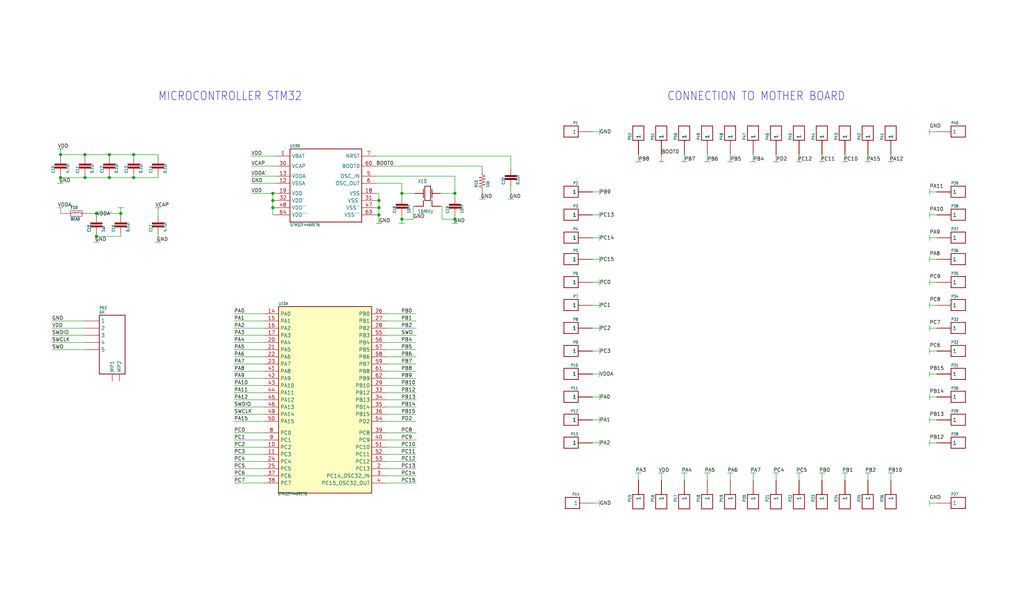
<source format=kicad_sch>
(kicad_sch (version 20231120) (generator "eeschema") (generator_version "8.0")
  (paper "User" 357.048 210.007)
  (junction (at 21.12 61.92))
  (junction (at 33.62 82.42))
  (junction (at 95.12 69.92))
  (junction (at 132.12 72.42))
  (junction (at 132.12 74.92))
  (junction (at 95.12 67.42))
  (junction (at 158.62 67.42))
  (junction (at 33.62 74.42))
  (junction (at 38.12 53.92))
  (junction (at 42.12 74.42))
  (junction (at 29.62 53.92))
  (junction (at 46.62 53.92))
  (junction (at 140.12 76.42))
  (junction (at 29.62 61.92))
  (junction (at 46.62 61.92))
  (junction (at 38.12 61.92))
  (junction (at 158.62 76.42))
  (junction (at 95.12 72.42))
  (junction (at 132.12 69.92))
  (junction (at 21.12 53.92))
  (junction (at 140.12 67.42))
  (wire (pts (xy 207.12 175.42) (xy 209.12 175.42)) (stroke (width 0.1524)))
  (wire (pts (xy 254.62 164.92) (xy 255.62 164.92)) (stroke (width 0.1524)))
  (wire (pts (xy 324.12 138.42) (xy 324.12 137.42)) (stroke (width 0.1524)))
  (wire (pts (xy 29.62 61.92) (xy 29.62 60.84)) (stroke (width 0.1524)))
  (wire (pts (xy 29.62 116.92) (xy 18.12 116.92)) (stroke (width 0.1524)))
  (wire (pts (xy 96.12 61.42) (xy 87.62 61.42)) (stroke (width 0.1524)))
  (wire (pts (xy 262.62 167.42) (xy 262.62 164.92)) (stroke (width 0.1524)))
  (wire (pts (xy 294.62 167.42) (xy 294.62 164.92)) (stroke (width 0.1524)))
  (wire (pts (xy 92.12 153.42) (xy 81.62 153.42)) (stroke (width 0.1524)))
  (wire (pts (xy 326.62 138.42) (xy 324.12 138.42)) (stroke (width 0.1524)))
  (wire (pts (xy 46.62 61.92) (xy 46.62 60.84)) (stroke (width 0.1524)))
  (wire (pts (xy 154.12 76.42) (xy 154.12 71.92)) (stroke (width 0.1524)))
  (wire (pts (xy 42.12 81.34) (xy 42.12 82.42)) (stroke (width 0.1524)))
  (wire (pts (xy 92.12 168.42) (xy 81.62 168.42)) (stroke (width 0.1524)))
  (wire (pts (xy 294.62 164.92) (xy 293.62 164.92)) (stroke (width 0.1524)))
  (wire (pts (xy 206.62 82.92) (xy 209.12 82.92)) (stroke (width 0.1524)))
  (wire (pts (xy 326.62 130.42) (xy 324.12 130.42)) (stroke (width 0.1524)))
  (wire (pts (xy 209.12 82.92) (xy 209.12 81.92)) (stroke (width 0.1524)))
  (wire (pts (xy 92.12 131.92) (xy 81.62 131.92)) (stroke (width 0.1524)))
  (wire (pts (xy 55.12 75.5) (xy 55.12 72.42)) (stroke (width 0.1524)))
  (wire (pts (xy 262.62 56.42) (xy 263.62 56.42)) (stroke (width 0.1524)))
  (wire (pts (xy 209.12 106.42) (xy 209.12 107.42)) (stroke (width 0.1524)))
  (wire (pts (xy 92.12 129.42) (xy 81.62 129.42)) (stroke (width 0.1524)))
  (wire (pts (xy 96.12 67.42) (xy 95.12 67.42)) (stroke (width 0.1524)))
  (wire (pts (xy 168.12 57.92) (xy 168.12 59)) (stroke (width 0.1524)))
  (wire (pts (xy 95.12 72.42) (xy 95.12 74.92)) (stroke (width 0.1524)))
  (wire (pts (xy 178.12 64.84) (xy 178.12 69.42)) (stroke (width 0.1524)))
  (wire (pts (xy 238.62 164.92) (xy 237.62 164.92)) (stroke (width 0.1524)))
  (wire (pts (xy 209.12 138.42) (xy 209.12 137.42)) (stroke (width 0.1524)))
  (wire (pts (xy 134.62 134.42) (xy 145.12 134.42)) (stroke (width 0.1524)))
  (wire (pts (xy 209.12 98.42) (xy 209.12 99.42)) (stroke (width 0.1524)))
  (wire (pts (xy 18.12 114.42) (xy 29.62 114.42)) (stroke (width 0.1524)))
  (wire (pts (xy 310.62 56.42) (xy 309.62 56.42)) (stroke (width 0.1524)))
  (wire (pts (xy 206.62 66.92) (xy 209.12 66.92)) (stroke (width 0.1524)))
  (wire (pts (xy 324.12 122.42) (xy 324.12 121.42)) (stroke (width 0.1524)))
  (wire (pts (xy 326.62 74.92) (xy 324.12 74.92)) (stroke (width 0.1524)))
  (wire (pts (xy 95.12 67.42) (xy 87.62 67.42)) (stroke (width 0.1524)))
  (wire (pts (xy 144.62 71.92) (xy 144.12 71.92)) (stroke (width 0.1524)))
  (wire (pts (xy 209.12 122.42) (xy 209.12 121.42)) (stroke (width 0.1524)))
  (wire (pts (xy 134.62 160.92) (xy 145.12 160.92)) (stroke (width 0.1524)))
  (wire (pts (xy 206.62 122.42) (xy 209.12 122.42)) (stroke (width 0.1524)))
  (wire (pts (xy 209.12 90.42) (xy 209.12 89.42)) (stroke (width 0.1524)))
  (wire (pts (xy 324.12 90.42) (xy 324.12 91.42)) (stroke (width 0.1524)))
  (wire (pts (xy 132.12 69.92) (xy 132.12 72.42)) (stroke (width 0.1524)))
  (wire (pts (xy 324.12 106.42) (xy 324.12 105.42)) (stroke (width 0.1524)))
  (wire (pts (xy 206.62 45.92) (xy 209.12 45.92)) (stroke (width 0.1524)))
  (wire (pts (xy 206.62 74.92) (xy 209.12 74.92)) (stroke (width 0.1524)))
  (wire (pts (xy 132.12 74.92) (xy 132.12 77.92)) (stroke (width 0.1524)))
  (wire (pts (xy 144.12 76.42) (xy 140.12 76.42)) (stroke (width 0.1524)))
  (wire (pts (xy 42.12 74.42) (xy 42.12 72.42)) (stroke (width 0.1524)))
  (wire (pts (xy 254.62 167.42) (xy 254.62 164.92)) (stroke (width 0.1524)))
  (wire (pts (xy 134.62 144.42) (xy 145.12 144.42)) (stroke (width 0.1524)))
  (wire (pts (xy 42.12 82.42) (xy 33.62 82.42)) (stroke (width 0.1524)))
  (wire (pts (xy 310.62 53.92) (xy 310.62 56.42)) (stroke (width 0.1524)))
  (wire (pts (xy 38.12 61.92) (xy 46.62 61.92)) (stroke (width 0.1524)))
  (wire (pts (xy 134.62 141.92) (xy 145.12 141.92)) (stroke (width 0.1524)))
  (wire (pts (xy 92.12 155.92) (xy 81.62 155.92)) (stroke (width 0.1524)))
  (wire (pts (xy 324.12 98.42) (xy 324.12 99.42)) (stroke (width 0.1524)))
  (wire (pts (xy 29.62 119.42) (xy 18.12 119.42)) (stroke (width 0.1524)))
  (wire (pts (xy 46.62 53.92) (xy 55.12 53.92)) (stroke (width 0.1524)))
  (wire (pts (xy 206.62 154.42) (xy 209.12 154.42)) (stroke (width 0.1524)))
  (wire (pts (xy 55.12 84.42) (xy 54.12 84.42)) (stroke (width 0.1524)))
  (wire (pts (xy 140.12 77.92) (xy 141.12 77.92)) (stroke (width 0.1524)))
  (wire (pts (xy 230.62 56.42) (xy 231.62 56.42)) (stroke (width 0.1524)))
  (wire (pts (xy 131.12 57.92) (xy 168.12 57.92)) (stroke (width 0.1524)))
  (wire (pts (xy 230.62 56.42) (xy 229.62 56.42)) (stroke (width 0.1524)))
  (wire (pts (xy 55.12 84.42) (xy 56.12 84.42)) (stroke (width 0.1524)))
  (wire (pts (xy 33.62 84.42) (xy 32.62 84.42)) (stroke (width 0.1524)))
  (wire (pts (xy 286.62 56.42) (xy 285.62 56.42)) (stroke (width 0.1524)))
  (wire (pts (xy 324.12 45.92) (xy 324.12 44.92)) (stroke (width 0.1524)))
  (wire (pts (xy 144.62 67.42) (xy 140.12 67.42)) (stroke (width 0.1524)))
  (wire (pts (xy 209.12 74.92) (xy 209.12 75.92)) (stroke (width 0.1524)))
  (wire (pts (xy 246.62 164.92) (xy 245.62 164.92)) (stroke (width 0.1524)))
  (wire (pts (xy 270.62 164.92) (xy 269.62 164.92)) (stroke (width 0.1524)))
  (wire (pts (xy 46.62 55) (xy 46.62 53.92)) (stroke (width 0.1524)))
  (wire (pts (xy 326.62 175.42) (xy 324.12 175.42)) (stroke (width 0.1524)))
  (wire (pts (xy 21.12 60.84) (xy 21.12 61.92)) (stroke (width 0.1524)))
  (wire (pts (xy 326.62 82.92) (xy 324.12 82.92)) (stroke (width 0.1524)))
  (wire (pts (xy 21.12 51.92) (xy 22.12 51.92)) (stroke (width 0.1524)))
  (wire (pts (xy 324.12 154.42) (xy 324.12 155.42)) (stroke (width 0.1524)))
  (wire (pts (xy 131.12 54.42) (xy 178.12 54.42)) (stroke (width 0.1524)))
  (wire (pts (xy 95.12 74.92) (xy 96.12 74.92)) (stroke (width 0.1524)))
  (wire (pts (xy 92.12 160.92) (xy 81.62 160.92)) (stroke (width 0.1524)))
  (wire (pts (xy 230.62 164.92) (xy 231.62 164.92)) (stroke (width 0.1524)))
  (wire (pts (xy 38.12 55) (xy 38.12 53.92)) (stroke (width 0.1524)))
  (wire (pts (xy 262.62 53.92) (xy 262.62 56.42)) (stroke (width 0.1524)))
  (wire (pts (xy 324.12 122.42) (xy 324.12 123.42)) (stroke (width 0.1524)))
  (wire (pts (xy 55.12 72.42) (xy 54.12 72.42)) (stroke (width 0.1524)))
  (wire (pts (xy 302.62 164.92) (xy 303.62 164.92)) (stroke (width 0.1524)))
  (wire (pts (xy 270.62 53.92) (xy 270.62 56.42)) (stroke (width 0.1524)))
  (wire (pts (xy 42.12 72.42) (xy 43.12 72.42)) (stroke (width 0.1524)))
  (wire (pts (xy 326.62 106.42) (xy 324.12 106.42)) (stroke (width 0.1524)))
  (wire (pts (xy 168.12 69.42) (xy 167.12 69.42)) (stroke (width 0.1524)))
  (wire (pts (xy 92.12 139.42) (xy 81.62 139.42)) (stroke (width 0.1524)))
  (wire (pts (xy 134.62 121.92) (xy 145.12 121.92)) (stroke (width 0.1524)))
  (wire (pts (xy 206.62 106.42) (xy 209.12 106.42)) (stroke (width 0.1524)))
  (wire (pts (xy 21.12 72.42) (xy 20.12 72.42)) (stroke (width 0.1524)))
  (wire (pts (xy 55.12 61.92) (xy 55.12 60.84)) (stroke (width 0.1524)))
  (wire (pts (xy 206.62 98.42) (xy 209.12 98.42)) (stroke (width 0.1524)))
  (wire (pts (xy 324.12 66.92) (xy 324.12 65.92)) (stroke (width 0.1524)))
  (wire (pts (xy 134.62 136.92) (xy 145.12 136.92)) (stroke (width 0.1524)))
  (wire (pts (xy 278.62 164.92) (xy 279.62 164.92)) (stroke (width 0.1524)))
  (wire (pts (xy 132.12 67.42) (xy 132.12 69.92)) (stroke (width 0.1524)))
  (wire (pts (xy 254.62 56.42) (xy 253.62 56.42)) (stroke (width 0.1524)))
  (wire (pts (xy 326.62 154.42) (xy 324.12 154.42)) (stroke (width 0.1524)))
  (wire (pts (xy 55.12 72.42) (xy 56.12 72.42)) (stroke (width 0.1524)))
  (wire (pts (xy 270.62 164.92) (xy 271.62 164.92)) (stroke (width 0.1524)))
  (wire (pts (xy 134.62 155.92) (xy 145.12 155.92)) (stroke (width 0.1524)))
  (wire (pts (xy 238.62 53.92) (xy 238.62 56.42)) (stroke (width 0.1524)))
  (wire (pts (xy 92.12 165.92) (xy 81.62 165.92)) (stroke (width 0.1524)))
  (wire (pts (xy 92.12 109.42) (xy 81.62 109.42)) (stroke (width 0.1524)))
  (wire (pts (xy 95.12 69.92) (xy 95.12 72.42)) (stroke (width 0.1524)))
  (wire (pts (xy 222.62 167.42) (xy 222.62 164.92)) (stroke (width 0.1524)))
  (wire (pts (xy 92.12 119.42) (xy 81.62 119.42)) (stroke (width 0.1524)))
  (wire (pts (xy 92.12 144.42) (xy 81.62 144.42)) (stroke (width 0.1524)))
  (wire (pts (xy 131.12 72.42) (xy 132.12 72.42)) (stroke (width 0.1524)))
  (wire (pts (xy 209.12 114.42) (xy 209.12 115.42)) (stroke (width 0.1524)))
  (wire (pts (xy 178.12 69.42) (xy 179.12 69.42)) (stroke (width 0.1524)))
  (wire (pts (xy 131.12 67.42) (xy 132.12 67.42)) (stroke (width 0.1524)))
  (wire (pts (xy 134.62 168.42) (xy 145.12 168.42)) (stroke (width 0.1524)))
  (wire (pts (xy 324.12 45.92) (xy 324.12 46.92)) (stroke (width 0.1524)))
  (wire (pts (xy 21.12 72.42) (xy 22.12 72.42)) (stroke (width 0.1524)))
  (wire (pts (xy 134.62 165.92) (xy 145.12 165.92)) (stroke (width 0.1524)))
  (wire (pts (xy 278.62 53.92) (xy 278.62 56.42)) (stroke (width 0.1524)))
  (wire (pts (xy 140.12 63.92) (xy 131.12 63.92)) (stroke (width 0.1524)))
  (wire (pts (xy 286.62 53.92) (xy 286.62 56.42)) (stroke (width 0.1524)))
  (wire (pts (xy 324.12 66.92) (xy 324.12 67.92)) (stroke (width 0.1524)))
  (wire (pts (xy 326.62 45.92) (xy 324.12 45.92)) (stroke (width 0.1524)))
  (wire (pts (xy 302.62 56.42) (xy 303.62 56.42)) (stroke (width 0.1524)))
  (wire (pts (xy 262.62 164.92) (xy 261.62 164.92)) (stroke (width 0.1524)))
  (wire (pts (xy 238.62 56.42) (xy 239.62 56.42)) (stroke (width 0.1524)))
  (wire (pts (xy 324.12 74.92) (xy 324.12 75.92)) (stroke (width 0.1524)))
  (wire (pts (xy 324.12 82.92) (xy 324.12 83.92)) (stroke (width 0.1524)))
  (wire (pts (xy 168.12 69.42) (xy 169.12 69.42)) (stroke (width 0.1524)))
  (wire (pts (xy 154.12 71.92) (xy 153.62 71.92)) (stroke (width 0.1524)))
  (wire (pts (xy 95.12 69.92) (xy 96.12 69.92)) (stroke (width 0.1524)))
  (wire (pts (xy 21.12 63.92) (xy 20.12 63.92)) (stroke (width 0.1524)))
  (wire (pts (xy 246.62 56.42) (xy 245.62 56.42)) (stroke (width 0.1524)))
  (wire (pts (xy 294.62 56.42) (xy 293.62 56.42)) (stroke (width 0.1524)))
  (wire (pts (xy 134.62 146.92) (xy 145.12 146.92)) (stroke (width 0.1524)))
  (wire (pts (xy 158.62 67.42) (xy 158.62 61.42)) (stroke (width 0.1524)))
  (wire (pts (xy 33.62 82.42) (xy 33.62 84.42)) (stroke (width 0.1524)))
  (wire (pts (xy 140.12 67.42) (xy 140.12 63.92)) (stroke (width 0.1524)))
  (wire (pts (xy 238.62 56.42) (xy 237.62 56.42)) (stroke (width 0.1524)))
  (wire (pts (xy 209.12 82.92) (xy 209.12 83.92)) (stroke (width 0.1524)))
  (wire (pts (xy 270.62 56.42) (xy 269.62 56.42)) (stroke (width 0.1524)))
  (wire (pts (xy 270.62 56.42) (xy 271.62 56.42)) (stroke (width 0.1524)))
  (wire (pts (xy 38.12 61.92) (xy 38.12 60.84)) (stroke (width 0.1524)))
  (wire (pts (xy 134.62 158.42) (xy 145.12 158.42)) (stroke (width 0.1524)))
  (wire (pts (xy 302.62 164.92) (xy 301.62 164.92)) (stroke (width 0.1524)))
  (wire (pts (xy 294.62 164.92) (xy 295.62 164.92)) (stroke (width 0.1524)))
  (wire (pts (xy 324.12 74.92) (xy 324.12 73.92)) (stroke (width 0.1524)))
  (wire (pts (xy 230.62 167.42) (xy 230.62 164.92)) (stroke (width 0.1524)))
  (wire (pts (xy 92.12 134.42) (xy 81.62 134.42)) (stroke (width 0.1524)))
  (wire (pts (xy 92.12 141.92) (xy 81.62 141.92)) (stroke (width 0.1524)))
  (wire (pts (xy 38.12 53.92) (xy 46.62 53.92)) (stroke (width 0.1524)))
  (wire (pts (xy 96.12 54.42) (xy 87.62 54.42)) (stroke (width 0.1524)))
  (wire (pts (xy 209.12 175.42) (xy 209.12 176.42)) (stroke (width 0.1524)))
  (wire (pts (xy 206.62 130.42) (xy 209.12 130.42)) (stroke (width 0.1524)))
  (wire (pts (xy 134.62 163.42) (xy 145.12 163.42)) (stroke (width 0.1524)))
  (wire (pts (xy 326.62 90.42) (xy 324.12 90.42)) (stroke (width 0.1524)))
  (wire (pts (xy 92.12 126.92) (xy 81.62 126.92)) (stroke (width 0.1524)))
  (wire (pts (xy 131.12 69.92) (xy 132.12 69.92)) (stroke (width 0.1524)))
  (wire (pts (xy 222.62 56.42) (xy 221.62 56.42)) (stroke (width 0.1524)))
  (wire (pts (xy 286.62 56.42) (xy 287.62 56.42)) (stroke (width 0.1524)))
  (wire (pts (xy 324.12 98.42) (xy 324.12 97.42)) (stroke (width 0.1524)))
  (wire (pts (xy 21.12 53.92) (xy 29.62 53.92)) (stroke (width 0.1524)))
  (wire (pts (xy 326.62 114.42) (xy 324.12 114.42)) (stroke (width 0.1524)))
  (wire (pts (xy 294.62 53.92) (xy 294.62 56.42)) (stroke (width 0.1524)))
  (wire (pts (xy 206.62 138.42) (xy 209.12 138.42)) (stroke (width 0.1524)))
  (wire (pts (xy 310.62 167.42) (xy 310.62 164.92)) (stroke (width 0.1524)))
  (wire (pts (xy 209.12 66.92) (xy 209.12 65.92)) (stroke (width 0.1524)))
  (wire (pts (xy 209.12 175.42) (xy 209.12 174.42)) (stroke (width 0.1524)))
  (wire (pts (xy 302.62 167.42) (xy 302.62 164.92)) (stroke (width 0.1524)))
  (wire (pts (xy 134.62 126.92) (xy 145.12 126.92)) (stroke (width 0.1524)))
  (wire (pts (xy 158.62 69) (xy 158.62 67.42)) (stroke (width 0.1524)))
  (wire (pts (xy 326.62 122.42) (xy 324.12 122.42)) (stroke (width 0.1524)))
  (wire (pts (xy 222.62 56.42) (xy 223.62 56.42)) (stroke (width 0.1524)))
  (wire (pts (xy 92.12 111.92) (xy 81.62 111.92)) (stroke (width 0.1524)))
  (wire (pts (xy 29.62 55) (xy 29.62 53.92)) (stroke (width 0.1524)))
  (wire (pts (xy 29.62 61.92) (xy 38.12 61.92)) (stroke (width 0.1524)))
  (wire (pts (xy 134.62 129.42) (xy 145.12 129.42)) (stroke (width 0.1524)))
  (wire (pts (xy 134.62 139.42) (xy 145.12 139.42)) (stroke (width 0.1524)))
  (wire (pts (xy 209.12 98.42) (xy 209.12 97.42)) (stroke (width 0.1524)))
  (wire (pts (xy 262.62 164.92) (xy 263.62 164.92)) (stroke (width 0.1524)))
  (wire (pts (xy 230.62 53.92) (xy 230.62 56.42)) (stroke (width 0.1524)))
  (wire (pts (xy 95.12 67.42) (xy 95.12 69.92)) (stroke (width 0.1524)))
  (wire (pts (xy 254.62 56.42) (xy 255.62 56.42)) (stroke (width 0.1524)))
  (wire (pts (xy 95.12 72.42) (xy 96.12 72.42)) (stroke (width 0.1524)))
  (wire (pts (xy 132.12 77.92) (xy 133.12 77.92)) (stroke (width 0.1524)))
  (wire (pts (xy 278.62 167.42) (xy 278.62 164.92)) (stroke (width 0.1524)))
  (wire (pts (xy 278.62 56.42) (xy 277.62 56.42)) (stroke (width 0.1524)))
  (wire (pts (xy 246.62 56.42) (xy 247.62 56.42)) (stroke (width 0.1524)))
  (wire (pts (xy 209.12 45.92) (xy 209.12 44.92)) (stroke (width 0.1524)))
  (wire (pts (xy 134.62 124.42) (xy 145.12 124.42)) (stroke (width 0.1524)))
  (wire (pts (xy 209.12 138.42) (xy 209.12 139.42)) (stroke (width 0.1524)))
  (wire (pts (xy 21.12 74.42) (xy 23.12 74.42)) (stroke (width 0.1524)))
  (wire (pts (xy 324.12 114.42) (xy 324.12 113.42)) (stroke (width 0.1524)))
  (wire (pts (xy 206.62 146.42) (xy 209.12 146.42)) (stroke (width 0.1524)))
  (wire (pts (xy 326.62 146.42) (xy 324.12 146.42)) (stroke (width 0.1524)))
  (wire (pts (xy 209.12 154.42) (xy 209.12 155.42)) (stroke (width 0.1524)))
  (wire (pts (xy 294.62 56.42) (xy 295.62 56.42)) (stroke (width 0.1524)))
  (wire (pts (xy 324.12 114.42) (xy 324.12 115.42)) (stroke (width 0.1524)))
  (wire (pts (xy 134.62 109.42) (xy 145.12 109.42)) (stroke (width 0.1524)))
  (wire (pts (xy 286.62 167.42) (xy 286.62 164.92)) (stroke (width 0.1524)))
  (wire (pts (xy 209.12 130.42) (xy 209.12 131.42)) (stroke (width 0.1524)))
  (wire (pts (xy 238.62 164.92) (xy 239.62 164.92)) (stroke (width 0.1524)))
  (wire (pts (xy 286.62 164.92) (xy 287.62 164.92)) (stroke (width 0.1524)))
  (wire (pts (xy 18.12 111.92) (xy 29.62 111.92)) (stroke (width 0.1524)))
  (wire (pts (xy 132.12 72.42) (xy 132.12 74.92)) (stroke (width 0.1524)))
  (wire (pts (xy 92.12 163.42) (xy 81.62 163.42)) (stroke (width 0.1524)))
  (wire (pts (xy 21.12 51.92) (xy 20.12 51.92)) (stroke (width 0.1524)))
  (wire (pts (xy 21.12 61.92) (xy 29.62 61.92)) (stroke (width 0.1524)))
  (wire (pts (xy 324.12 175.42) (xy 324.12 176.42)) (stroke (width 0.1524)))
  (wire (pts (xy 131.12 74.92) (xy 132.12 74.92)) (stroke (width 0.1524)))
  (wire (pts (xy 92.12 150.92) (xy 81.62 150.92)) (stroke (width 0.1524)))
  (wire (pts (xy 21.12 55) (xy 21.12 53.92)) (stroke (width 0.1524)))
  (wire (pts (xy 302.62 53.92) (xy 302.62 56.42)) (stroke (width 0.1524)))
  (wire (pts (xy 206.62 114.42) (xy 209.12 114.42)) (stroke (width 0.1524)))
  (wire (pts (xy 286.62 164.92) (xy 285.62 164.92)) (stroke (width 0.1524)))
  (wire (pts (xy 30.12 74.42) (xy 33.62 74.42)) (stroke (width 0.1524)))
  (wire (pts (xy 21.12 53.92) (xy 21.12 51.92)) (stroke (width 0.1524)))
  (wire (pts (xy 209.12 146.42) (xy 209.12 145.42)) (stroke (width 0.1524)))
  (wire (pts (xy 21.12 61.92) (xy 21.12 63.92)) (stroke (width 0.1524)))
  (wire (pts (xy 55.12 53.92) (xy 55.12 55)) (stroke (width 0.1524)))
  (wire (pts (xy 21.12 63.92) (xy 22.12 63.92)) (stroke (width 0.1524)))
  (wire (pts (xy 33.62 81.34) (xy 33.62 82.42)) (stroke (width 0.1524)))
  (wire (pts (xy 209.12 146.42) (xy 209.12 147.42)) (stroke (width 0.1524)))
  (wire (pts (xy 140.12 77.92) (xy 139.12 77.92)) (stroke (width 0.1524)))
  (wire (pts (xy 29.62 53.92) (xy 38.12 53.92)) (stroke (width 0.1524)))
  (wire (pts (xy 302.62 56.42) (xy 301.62 56.42)) (stroke (width 0.1524)))
  (wire (pts (xy 310.62 164.92) (xy 309.62 164.92)) (stroke (width 0.1524)))
  (wire (pts (xy 246.62 164.92) (xy 247.62 164.92)) (stroke (width 0.1524)))
  (wire (pts (xy 21.12 74.42) (xy 21.12 72.42)) (stroke (width 0.1524)))
  (wire (pts (xy 33.62 74.42) (xy 33.62 75.5)) (stroke (width 0.1524)))
  (wire (pts (xy 310.62 56.42) (xy 311.62 56.42)) (stroke (width 0.1524)))
  (wire (pts (xy 92.12 136.92) (xy 81.62 136.92)) (stroke (width 0.1524)))
  (wire (pts (xy 33.62 84.42) (xy 34.62 84.42)) (stroke (width 0.1524)))
  (wire (pts (xy 324.12 138.42) (xy 324.12 139.42)) (stroke (width 0.1524)))
  (wire (pts (xy 92.12 124.42) (xy 81.62 124.42)) (stroke (width 0.1524)))
  (wire (pts (xy 158.62 77.92) (xy 157.62 77.92)) (stroke (width 0.1524)))
  (wire (pts (xy 209.12 154.42) (xy 209.12 153.42)) (stroke (width 0.1524)))
  (wire (pts (xy 92.12 146.92) (xy 81.62 146.92)) (stroke (width 0.1524)))
  (wire (pts (xy 134.62 116.92) (xy 145.12 116.92)) (stroke (width 0.1524)))
  (wire (pts (xy 209.12 74.92) (xy 209.12 73.92)) (stroke (width 0.1524)))
  (wire (pts (xy 158.62 76.42) (xy 158.62 77.92)) (stroke (width 0.1524)))
  (wire (pts (xy 270.62 167.42) (xy 270.62 164.92)) (stroke (width 0.1524)))
  (wire (pts (xy 238.62 167.42) (xy 238.62 164.92)) (stroke (width 0.1524)))
  (wire (pts (xy 209.12 122.42) (xy 209.12 123.42)) (stroke (width 0.1524)))
  (wire (pts (xy 278.62 56.42) (xy 279.62 56.42)) (stroke (width 0.1524)))
  (wire (pts (xy 178.12 69.42) (xy 177.12 69.42)) (stroke (width 0.1524)))
  (wire (pts (xy 55.12 81.34) (xy 55.12 84.42)) (stroke (width 0.1524)))
  (wire (pts (xy 278.62 164.92) (xy 277.62 164.92)) (stroke (width 0.1524)))
  (wire (pts (xy 222.62 53.92) (xy 222.62 56.42)) (stroke (width 0.1524)))
  (wire (pts (xy 132.12 77.92) (xy 131.12 77.92)) (stroke (width 0.1524)))
  (wire (pts (xy 262.62 56.42) (xy 261.62 56.42)) (stroke (width 0.1524)))
  (wire (pts (xy 324.12 82.92) (xy 324.12 81.92)) (stroke (width 0.1524)))
  (wire (pts (xy 324.12 175.42) (xy 324.12 174.42)) (stroke (width 0.1524)))
  (wire (pts (xy 144.12 71.92) (xy 144.12 76.42)) (stroke (width 0.1524)))
  (wire (pts (xy 134.62 131.92) (xy 145.12 131.92)) (stroke (width 0.1524)))
  (wire (pts (xy 96.12 57.92) (xy 87.62 57.92)) (stroke (width 0.1524)))
  (wire (pts (xy 96.12 63.92) (xy 87.62 63.92)) (stroke (width 0.1524)))
  (wire (pts (xy 134.62 114.42) (xy 145.12 114.42)) (stroke (width 0.1524)))
  (wire (pts (xy 134.62 111.92) (xy 145.12 111.92)) (stroke (width 0.1524)))
  (wire (pts (xy 206.62 90.42) (xy 209.12 90.42)) (stroke (width 0.1524)))
  (wire (pts (xy 222.62 164.92) (xy 223.62 164.92)) (stroke (width 0.1524)))
  (wire (pts (xy 209.12 45.92) (xy 209.12 46.92)) (stroke (width 0.1524)))
  (wire (pts (xy 168.12 67.42) (xy 168.12 69.42)) (stroke (width 0.1524)))
  (wire (pts (xy 209.12 106.42) (xy 209.12 105.42)) (stroke (width 0.1524)))
  (wire (pts (xy 254.62 53.92) (xy 254.62 56.42)) (stroke (width 0.1524)))
  (wire (pts (xy 178.12 59) (xy 178.12 54.42)) (stroke (width 0.1524)))
  (wire (pts (xy 42.12 75.5) (xy 42.12 74.42)) (stroke (width 0.1524)))
  (wire (pts (xy 92.12 114.42) (xy 81.62 114.42)) (stroke (width 0.1524)))
  (wire (pts (xy 153.62 67.42) (xy 158.62 67.42)) (stroke (width 0.1524)))
  (wire (pts (xy 42.12 72.42) (xy 41.12 72.42)) (stroke (width 0.1524)))
  (wire (pts (xy 324.12 90.42) (xy 324.12 89.42)) (stroke (width 0.1524)))
  (wire (pts (xy 33.62 74.42) (xy 42.12 74.42)) (stroke (width 0.1524)))
  (wire (pts (xy 324.12 106.42) (xy 324.12 107.42)) (stroke (width 0.1524)))
  (wire (pts (xy 140.12 76.42) (xy 140.12 77.92)) (stroke (width 0.1524)))
  (wire (pts (xy 134.62 150.92) (xy 145.12 150.92)) (stroke (width 0.1524)))
  (wire (pts (xy 29.62 121.92) (xy 18.12 121.92)) (stroke (width 0.1524)))
  (wire (pts (xy 158.62 74.84) (xy 158.62 76.42)) (stroke (width 0.1524)))
  (wire (pts (xy 92.12 116.92) (xy 81.62 116.92)) (stroke (width 0.1524)))
  (wire (pts (xy 326.62 98.42) (xy 324.12 98.42)) (stroke (width 0.1524)))
  (wire (pts (xy 158.62 77.92) (xy 159.62 77.92)) (stroke (width 0.1524)))
  (wire (pts (xy 326.62 66.92) (xy 324.12 66.92)) (stroke (width 0.1524)))
  (wire (pts (xy 324.12 146.42) (xy 324.12 145.42)) (stroke (width 0.1524)))
  (wire (pts (xy 254.62 164.92) (xy 253.62 164.92)) (stroke (width 0.1524)))
  (wire (pts (xy 134.62 119.42) (xy 145.12 119.42)) (stroke (width 0.1524)))
  (wire (pts (xy 140.12 74.84) (xy 140.12 76.42)) (stroke (width 0.1524)))
  (wire (pts (xy 324.12 130.42) (xy 324.12 129.42)) (stroke (width 0.1524)))
  (wire (pts (xy 324.12 146.42) (xy 324.12 147.42)) (stroke (width 0.1524)))
  (wire (pts (xy 310.62 164.92) (xy 311.62 164.92)) (stroke (width 0.1524)))
  (wire (pts (xy 209.12 114.42) (xy 209.12 113.42)) (stroke (width 0.1524)))
  (wire (pts (xy 324.12 154.42) (xy 324.12 153.42)) (stroke (width 0.1524)))
  (wire (pts (xy 209.12 66.92) (xy 209.12 67.92)) (stroke (width 0.1524)))
  (wire (pts (xy 222.62 164.92) (xy 221.62 164.92)) (stroke (width 0.1524)))
  (wire (pts (xy 158.62 61.42) (xy 131.12 61.42)) (stroke (width 0.1524)))
  (wire (pts (xy 324.12 130.42) (xy 324.12 131.42)) (stroke (width 0.1524)))
  (wire (pts (xy 246.62 167.42) (xy 246.62 164.92)) (stroke (width 0.1524)))
  (wire (pts (xy 246.62 53.92) (xy 246.62 56.42)) (stroke (width 0.1524)))
  (wire (pts (xy 46.62 61.92) (xy 55.12 61.92)) (stroke (width 0.1524)))
  (wire (pts (xy 134.62 153.42) (xy 145.12 153.42)) (stroke (width 0.1524)))
  (wire (pts (xy 230.62 164.92) (xy 229.62 164.92)) (stroke (width 0.1524)))
  (wire (pts (xy 140.12 69) (xy 140.12 67.42)) (stroke (width 0.1524)))
  (wire (pts (xy 209.12 90.42) (xy 209.12 91.42)) (stroke (width 0.1524)))
  (wire (pts (xy 154.12 76.42) (xy 158.62 76.42)) (stroke (width 0.1524)))
  (wire (pts (xy 209.12 130.42) (xy 209.12 129.42)) (stroke (width 0.1524)))
  (wire (pts (xy 92.12 121.92) (xy 81.62 121.92)) (stroke (width 0.1524)))
  (wire (pts (xy 92.12 158.42) (xy 81.62 158.42)) (stroke (width 0.1524)))
  (text "CONNECTION TO MOTHER BOARD" (at 232.62 35.42 0) (effects (font (size 3 2.55)) (justify left bottom)))
  (text "MICROCONTROLLER STM32" (at 55.12 35.42 0) (effects (font (size 3 2.55)) (justify left bottom)))
  (label "VDDA" (at 20.12 72.42 0) (effects (font (size 1.2446 1.2446))))
  (label "PC8" (at 139.87 150.92 0) (effects (font (size 1.2446 1.2446))))
  (label "PA10" (at 81.62 134.42 0) (effects (font (size 1.2446 1.2446))))
  (label "PA9" (at 324.12 81.92 0) (effects (font (size 1.2446 1.2446))))
  (label "SWCLK" (at 18.12 119.42 0) (effects (font (size 1.2446 1.2446))))
  (label "SWDIO" (at 18.12 116.92 0) (effects (font (size 1.2446 1.2446))))
  (label "PB9" (at 209.12 67.92 0) (effects (font (size 1.2446 1.2446))))
  (label "PC1" (at 81.62 153.42 0) (effects (font (size 1.2446 1.2446))))
  (label "PB7" (at 139.87 126.92 0) (effects (font (size 1.2446 1.2446))))
  (label "PA2" (at 81.62 114.42 0) (effects (font (size 1.2446 1.2446))))
  (label "GND" (at 144.12 76.42 0) (effects (font (size 1.2446 1.2446))))
  (label "PA3" (at 81.62 116.92 0) (effects (font (size 1.2446 1.2446))))
  (label "PC3" (at 209.12 123.42 0) (effects (font (size 1.2446 1.2446))))
  (label "VDDA'" (at 87.62 61.42 0) (effects (font (size 1.2446 1.2446))))
  (label "PB0" (at 285.62 164.92 0) (effects (font (size 1.2446 1.2446))))
  (label "SWO" (at 139.87 116.92 0) (effects (font (size 1.2446 1.2446))))
  (label "PC13" (at 139.87 163.42 0) (effects (font (size 1.2446 1.2446))))
  (label "PC2" (at 81.62 155.92 0) (effects (font (size 1.2446 1.2446))))
  (label "GND" (at 33.12 84.42 0) (effects (font (size 1.2446 1.2446))))
  (label "PA5" (at 245.62 164.92 0) (effects (font (size 1.2446 1.2446))))
  (label "GND" (at 87.62 63.92 0) (effects (font (size 1.2446 1.2446))))
  (label "PC0" (at 209.12 99.42 0) (effects (font (size 1.2446 1.2446))))
  (label "PC8" (at 324.12 105.42 0) (effects (font (size 1.2446 1.2446))))
  (label "PB8" (at 222.62 56.42 0) (effects (font (size 1.2446 1.2446))))
  (label "PB14" (at 139.87 141.92 0) (effects (font (size 1.2446 1.2446))))
  (label "PA0" (at 209.12 139.42 0) (effects (font (size 1.2446 1.2446))))
  (label "GND" (at 20.62 63.92 0) (effects (font (size 1.2446 1.2446))))
  (label "PC15" (at 209.12 91.42 0) (effects (font (size 1.2446 1.2446))))
  (label "PA3" (at 221.62 164.92 0) (effects (font (size 1.2446 1.2446))))
  (label "PA6" (at 81.62 124.42 0) (effects (font (size 1.2446 1.2446))))
  (label "PC4" (at 81.62 160.92 0) (effects (font (size 1.2446 1.2446))))
  (label "GND" (at 18.12 111.92 0) (effects (font (size 1.2446 1.2446))))
  (label "PB7" (at 238.62 56.42 0) (effects (font (size 1.2446 1.2446))))
  (label "VDD" (at 87.62 54.42 0) (effects (font (size 1.2446 1.2446))))
  (label "GND" (at 177.62 69.42 0) (effects (font (size 1.2446 1.2446))))
  (label "GND" (at 209.12 46.92 0) (effects (font (size 1.2446 1.2446))))
  (label "PB1" (at 293.62 164.92 0) (effects (font (size 1.2446 1.2446))))
  (label "VDD" (at 18.12 114.42 0) (effects (font (size 1.2446 1.2446))))
  (label "PC9" (at 139.87 153.42 0) (effects (font (size 1.2446 1.2446))))
  (label "VDDA'" (at 33.62 75.5 0) (effects (font (size 1.2446 1.2446))))
  (label "PC6" (at 81.62 165.92 0) (effects (font (size 1.2446 1.2446))))
  (label "PB12" (at 139.87 136.92 0) (effects (font (size 1.2446 1.2446))))
  (label "PC14" (at 139.87 165.92 0) (effects (font (size 1.2446 1.2446))))
  (label "VDD" (at 20.12 51.92 0) (effects (font (size 1.2446 1.2446))))
  (label "PA12" (at 81.62 139.42 0) (effects (font (size 1.2446 1.2446))))
  (label "PC10" (at 139.87 155.92 0) (effects (font (size 1.2446 1.2446))))
  (label "BOOT0" (at 230.62 53.92 0) (effects (font (size 1.2446 1.2446))))
  (label "PA11" (at 81.62 136.92 0) (effects (font (size 1.2446 1.2446))))
  (label "GND" (at 54.62 84.42 0) (effects (font (size 1.2446 1.2446))))
  (label "PD2" (at 139.87 146.92 0) (effects (font (size 1.2446 1.2446))))
  (label "PB5" (at 254.62 56.42 0) (effects (font (size 1.2446 1.2446))))
  (label "PC15" (at 139.87 168.42 0) (effects (font (size 1.2446 1.2446))))
  (label "PC12" (at 278.12 56.42 0) (effects (font (size 1.2446 1.2446))))
  (label "PC5" (at 81.62 163.42 0) (effects (font (size 1.2446 1.2446))))
  (label "PA2" (at 209.12 155.42 0) (effects (font (size 1.2446 1.2446))))
  (label "GND" (at 167.62 69.42 0) (effects (font (size 1.2446 1.2446))))
  (label "PC6" (at 324.12 121.42 0) (effects (font (size 1.2446 1.2446))))
  (label "PB9" (at 139.87 131.92 0) (effects (font (size 1.2446 1.2446))))
  (label "PA10" (at 324.12 73.92 0) (effects (font (size 1.2446 1.2446))))
  (label "GND" (at 158.12 77.92 0) (effects (font (size 1.2446 1.2446))))
  (label "GND" (at 132.12 77.92 0) (effects (font (size 1.2446 1.2446))))
  (label "PC0" (at 81.62 150.92 0) (effects (font (size 1.2446 1.2446))))
  (label "PB0" (at 139.87 109.42 0) (effects (font (size 1.2446 1.2446))))
  (label "PC10" (at 294.12 56.42 0) (effects (font (size 1.2446 1.2446))))
  (label "PB6" (at 246.62 56.42 0) (effects (font (size 1.2446 1.2446))))
  (label "PA4" (at 81.62 119.42 0) (effects (font (size 1.2446 1.2446))))
  (label "PB13" (at 139.87 139.42 0) (effects (font (size 1.2446 1.2446))))
  (label "PD2" (at 270.62 56.42 0) (effects (font (size 1.2446 1.2446))))
  (label "PB2" (at 301.62 164.92 0) (effects (font (size 1.2446 1.2446))))
  (label "PC5" (at 277.62 164.92 0) (effects (font (size 1.2446 1.2446))))
  (label "VCAP" (at 87.62 57.92 0) (effects (font (size 1.2446 1.2446))))
  (label "PB13" (at 324.12 145.42 0) (effects (font (size 1.2446 1.2446))))
  (label "BOOT0" (at 131.12 57.92 0) (effects (font (size 1.2446 1.2446))))
  (label "SWO" (at 18.12 121.92 0) (effects (font (size 1.2446 1.2446))))
  (label "PC2" (at 209.12 115.42 0) (effects (font (size 1.2446 1.2446))))
  (label "PB10" (at 139.87 134.42 0) (effects (font (size 1.2446 1.2446))))
  (label "PB12" (at 324.12 153.42 0) (effects (font (size 1.2446 1.2446))))
  (label "SWDIO" (at 81.62 141.92 0) (effects (font (size 1.2446 1.2446))))
  (label "PB15" (at 139.87 144.42 0) (effects (font (size 1.2446 1.2446))))
  (label "PA5" (at 81.62 121.92 0) (effects (font (size 1.2446 1.2446))))
  (label "PA9" (at 81.62 131.92 0) (effects (font (size 1.2446 1.2446))))
  (label "PC11" (at 286.12 56.42 0) (effects (font (size 1.2446 1.2446))))
  (label "GND" (at 324.12 174.42 0) (effects (font (size 1.2446 1.2446))))
  (label "PC4" (at 269.62 164.92 0) (effects (font (size 1.2446 1.2446))))
  (label "PA12" (at 310.12 56.42 0) (effects (font (size 1.2446 1.2446))))
  (label "PA1" (at 81.62 111.92 0) (effects (font (size 1.2446 1.2446))))
  (label "GND" (at 209.12 176.42 0) (effects (font (size 1.2446 1.2446))))
  (label "PA11" (at 324.12 65.92 0) (effects (font (size 1.2446 1.2446))))
  (label "PA15" (at 81.62 146.92 0) (effects (font (size 1.2446 1.2446))))
  (label "VDDA" (at 209.12 131.42 0) (effects (font (size 1.2446 1.2446))))
  (label "PB10" (at 309.62 164.92 0) (effects (font (size 1.2446 1.2446))))
  (label "SWCLK" (at 81.62 144.42 0) (effects (font (size 1.2446 1.2446))))
  (label "PC7" (at 81.62 168.42 0) (effects (font (size 1.2446 1.2446))))
  (label "VDD" (at 87.62 67.42 0) (effects (font (size 1.2446 1.2446))))
  (label "PA8" (at 81.62 129.42 0) (effects (font (size 1.2446 1.2446))))
  (label "PA4" (at 237.62 164.92 0) (effects (font (size 1.2446 1.2446))))
  (label "PC14" (at 209.12 83.92 0) (effects (font (size 1.2446 1.2446))))
  (label "PC1" (at 209.12 107.42 0) (effects (font (size 1.2446 1.2446))))
  (label "PA6" (at 253.62 164.92 0) (effects (font (size 1.2446 1.2446))))
  (label "PA7" (at 81.62 126.92 0) (effects (font (size 1.2446 1.2446))))
  (label "PA1" (at 209.12 147.42 0) (effects (font (size 1.2446 1.2446))))
  (label "PB6" (at 139.87 124.42 0) (effects (font (size 1.2446 1.2446))))
  (label "PB5" (at 139.87 121.92 0) (effects (font (size 1.2446 1.2446))))
  (label "PB4" (at 262.62 56.42 0) (effects (font (size 1.2446 1.2446))))
  (label "PC13" (at 209.12 75.92 0) (effects (font (size 1.2446 1.2446))))
  (label "PB14" (at 324.12 137.42 0) (effects (font (size 1.2446 1.2446))))
  (label "PA0" (at 81.62 109.42 0) (effects (font (size 1.2446 1.2446))))
  (label "GND" (at 324.12 44.92 0) (effects (font (size 1.2446 1.2446))))
  (label "PB15" (at 324.12 129.42 0) (effects (font (size 1.2446 1.2446))))
  (label "PA8" (at 324.12 89.42 0) (effects (font (size 1.2446 1.2446))))
  (label "PA7" (at 261.62 164.92 0) (effects (font (size 1.2446 1.2446))))
  (label "VDD" (at 229.62 164.92 0) (effects (font (size 1.2446 1.2446))))
  (label "PC7" (at 324.12 113.42 0) (effects (font (size 1.2446 1.2446))))
  (label "PC12" (at 139.87 160.92 0) (effects (font (size 1.2446 1.2446))))
  (label "PC3" (at 81.62 158.42 0) (effects (font (size 1.2446 1.2446))))
  (label "PB8" (at 139.87 129.42 0) (effects (font (size 1.2446 1.2446))))
  (label "PC11" (at 139.87 158.42 0) (effects (font (size 1.2446 1.2446))))
  (label "PB2" (at 139.87 114.42 0) (effects (font (size 1.2446 1.2446))))
  (label "PB1" (at 139.87 111.92 0) (effects (font (size 1.2446 1.2446))))
  (label "VCAP" (at 54.12 72.42 0) (effects (font (size 1.2446 1.2446))))
  (label "PB4" (at 139.87 119.42 0) (effects (font (size 1.2446 1.2446))))
  (label "PC9" (at 324.12 97.42 0) (effects (font (size 1.2446 1.2446))))
  (label "PA15" (at 302.12 56.42 0) (effects (font (size 1.2446 1.2446))))
  (symbol (lib_id "Socket_STM32_V3-eagle-import:PAD_CASTELLATED_HOLE_CORNER") (at 207.12 175.42 0) (mirror y) (unit 1)
    (property "Reference" "P14" (at 202.12 172.92 0) (effects (font (size 1 0.85)) (justify left bottom)))
    (property "Value" "PAD_CASTELLATED_HOLE_CORNER" (effects (hide yes)))
    (property "Footprint" "Socket_STM32_V3:PAD_CASTELLATED_HOLE_CORNER" (effects (hide yes)))
  )
  (symbol (lib_id "Socket_STM32_V3-eagle-import:PAD_1_1.51.2") (at 326.62 114.42 0) (unit 1)
    (property "Reference" "P33" (at 331.62 111.92 0) (effects (font (size 1 0.85)) (justify left bottom)))
    (property "Value" "PAD_1_1.51.2" (effects (hide yes)))
    (property "Footprint" "Socket_STM32_V3:PAD_1_1.5_1.2" (effects (hide yes)))
  )
  (symbol (lib_id "Socket_STM32_V3-eagle-import:PAD_1_1.51.2") (at 302.62 53.92 90) (unit 1)
    (property "Reference" "P42" (at 300.12 48.92 0) (effects (font (size 1 0.85)) (justify left bottom)))
    (property "Value" "PAD_1_1.51.2" (effects (hide yes)))
    (property "Footprint" "Socket_STM32_V3:PAD_1_1.5_1.2" (effects (hide yes)))
  )
  (symbol (lib_id "Socket_STM32_V3-eagle-import:PAD_1_1.51.2") (at 270.62 167.42 90) (mirror x) (unit 1)
    (property "Reference" "P21" (at 268.12 172.42 0) (effects (font (size 1 0.85)) (justify left bottom)))
    (property "Value" "PAD_1_1.51.2" (effects (hide yes)))
    (property "Footprint" "Socket_STM32_V3:PAD_1_1.5_1.2" (effects (hide yes)))
  )
  (symbol (lib_id "Socket_STM32_V3-eagle-import:CONN_JST_GH_5POS") (at 29.62 111.92 0) (unit 1)
    (property "Reference" "P53" (at 34.62 107.92 0) (effects (font (size 1 0.85)) (justify left bottom)))
    (property "Value" "GH" (at 34.62 109.42 0) (effects (font (size 1 0.85)) (justify left bottom)))
    (property "Footprint" "Socket_STM32_V3:JST_GH_5F" (effects (hide yes)))
  )
  (symbol (lib_id "Socket_STM32_V3-eagle-import:PAD_1_1.51.2") (at 246.62 167.42 90) (mirror x) (unit 1)
    (property "Reference" "P18" (at 244.12 172.42 0) (effects (font (size 1 0.85)) (justify left bottom)))
    (property "Value" "PAD_1_1.51.2" (effects (hide yes)))
    (property "Footprint" "Socket_STM32_V3:PAD_1_1.5_1.2" (effects (hide yes)))
  )
  (symbol (lib_id "Socket_STM32_V3-eagle-import:0.1UF") (at 29.62 60.92 180) (unit 1)
    (property "Reference" "C11" (at 27.62 60.42 90) (effects (font (size 1 0.85)) (justify right top)))
    (property "Value" "0.1uF" (at 32.62 60.42 90) (effects (font (size 1 0.85)) (justify right top)))
    (property "Footprint" "Socket_STM32_V3:0805_GRM" (effects (hide yes)))
  )
  (symbol (lib_id "Socket_STM32_V3-eagle-import:PAD_1_1.51.2") (at 206.62 82.92 0) (mirror y) (unit 1)
    (property "Reference" "P4" (at 201.62 80.42 0) (effects (font (size 1 0.85)) (justify left bottom)))
    (property "Value" "PAD_1_1.51.2" (effects (hide yes)))
    (property "Footprint" "Socket_STM32_V3:PAD_1_1.5_1.2" (effects (hide yes)))
  )
  (symbol (lib_id "Socket_STM32_V3-eagle-import:PAD_1_1.51.2") (at 206.62 90.42 0) (mirror y) (unit 1)
    (property "Reference" "P5" (at 201.62 87.92 0) (effects (font (size 1 0.85)) (justify left bottom)))
    (property "Value" "PAD_1_1.51.2" (effects (hide yes)))
    (property "Footprint" "Socket_STM32_V3:PAD_1_1.5_1.2" (effects (hide yes)))
  )
  (symbol (lib_id "Socket_STM32_V3-eagle-import:PAD_CASTELLATED_HOLE_CORNER") (at 206.62 45.92 0) (mirror y) (unit 1)
    (property "Reference" "P1" (at 201.62 43.42 0) (effects (font (size 1 0.85)) (justify left bottom)))
    (property "Value" "PAD_CASTELLATED_HOLE_CORNER" (effects (hide yes)))
    (property "Footprint" "Socket_STM32_V3:PAD_CASTELLATED_HOLE_CORNER" (effects (hide yes)))
  )
  (symbol (lib_id "Socket_STM32_V3-eagle-import:PAD_1_1.51.2") (at 326.62 130.42 0) (unit 1)
    (property "Reference" "P31" (at 331.62 127.92 0) (effects (font (size 1 0.85)) (justify left bottom)))
    (property "Value" "PAD_1_1.51.2" (effects (hide yes)))
    (property "Footprint" "Socket_STM32_V3:PAD_1_1.5_1.2" (effects (hide yes)))
  )
  (symbol (lib_id "Socket_STM32_V3-eagle-import:0.1UF") (at 42.12 81.42 180) (unit 1)
    (property "Reference" "C16" (at 40.12 80.92 90) (effects (font (size 1 0.85)) (justify right top)))
    (property "Value" "0.1uF" (at 45.12 80.92 90) (effects (font (size 1 0.85)) (justify right top)))
    (property "Footprint" "Socket_STM32_V3:0805_GRM" (effects (hide yes)))
  )
  (symbol (lib_id "Socket_STM32_V3-eagle-import:PAD_1_1.51.2") (at 310.62 167.42 90) (mirror x) (unit 1)
    (property "Reference" "P26" (at 308.12 172.42 0) (effects (font (size 1 0.85)) (justify left bottom)))
    (property "Value" "PAD_1_1.51.2" (effects (hide yes)))
    (property "Footprint" "Socket_STM32_V3:PAD_1_1.5_1.2" (effects (hide yes)))
  )
  (symbol (lib_id "Socket_STM32_V3-eagle-import:PAD_1_1.51.2") (at 206.62 122.42 0) (mirror y) (unit 1)
    (property "Reference" "P9" (at 201.62 119.92 0) (effects (font (size 1 0.85)) (justify left bottom)))
    (property "Value" "PAD_1_1.51.2" (effects (hide yes)))
    (property "Footprint" "Socket_STM32_V3:PAD_1_1.5_1.2" (effects (hide yes)))
  )
  (symbol (lib_id "Socket_STM32_V3-eagle-import:PAD_1_1.51.2") (at 206.62 138.42 0) (mirror y) (unit 1)
    (property "Reference" "P11" (at 201.62 135.92 0) (effects (font (size 1 0.85)) (justify left bottom)))
    (property "Value" "PAD_1_1.51.2" (effects (hide yes)))
    (property "Footprint" "Socket_STM32_V3:PAD_1_1.5_1.2" (effects (hide yes)))
  )
  (symbol (lib_id "Socket_STM32_V3-eagle-import:PAD_1_1.51.2") (at 238.62 53.92 90) (unit 1)
    (property "Reference" "P50" (at 236.12 48.92 0) (effects (font (size 1 0.85)) (justify left bottom)))
    (property "Value" "PAD_1_1.51.2" (effects (hide yes)))
    (property "Footprint" "Socket_STM32_V3:PAD_1_1.5_1.2" (effects (hide yes)))
  )
  (symbol (lib_id "Socket_STM32_V3-eagle-import:10PF") (at 140.12 74.92 180) (unit 1)
    (property "Reference" "C18" (at 138.12 74.42 90) (effects (font (size 1 0.85)) (justify right top)))
    (property "Value" "10PF" (at 143.12 74.42 90) (effects (font (size 1 0.85)) (justify right top)))
    (property "Footprint" "Socket_STM32_V3:0805_GRM" (effects (hide yes)))
  )
  (symbol (lib_id "Socket_STM32_V3-eagle-import:0.1UF") (at 55.12 60.92 180) (unit 1)
    (property "Reference" "C14" (at 53.12 60.42 90) (effects (font (size 1 0.85)) (justify right top)))
    (property "Value" "0.1uF" (at 58.12 60.42 90) (effects (font (size 1 0.85)) (justify right top)))
    (property "Footprint" "Socket_STM32_V3:0805_GRM" (effects (hide yes)))
  )
  (symbol (lib_id "Socket_STM32_V3-eagle-import:PAD_1_1.51.2") (at 326.62 90.42 0) (unit 1)
    (property "Reference" "P36" (at 331.62 87.92 0) (effects (font (size 1 0.85)) (justify left bottom)))
    (property "Value" "PAD_1_1.51.2" (effects (hide yes)))
    (property "Footprint" "Socket_STM32_V3:PAD_1_1.5_1.2" (effects (hide yes)))
  )
  (symbol (lib_id "Socket_STM32_V3-eagle-import:PAD_1_1.51.2") (at 310.62 53.92 90) (unit 1)
    (property "Reference" "P41" (at 308.12 48.92 0) (effects (font (size 1 0.85)) (justify left bottom)))
    (property "Value" "PAD_1_1.51.2" (effects (hide yes)))
    (property "Footprint" "Socket_STM32_V3:PAD_1_1.5_1.2" (effects (hide yes)))
  )
  (symbol (lib_id "Socket_STM32_V3-eagle-import:PAD_1_1.51.2") (at 238.62 167.42 90) (mirror x) (unit 1)
    (property "Reference" "P17" (at 236.12 172.42 0) (effects (font (size 1 0.85)) (justify left bottom)))
    (property "Value" "PAD_1_1.51.2" (effects (hide yes)))
    (property "Footprint" "Socket_STM32_V3:PAD_1_1.5_1.2" (effects (hide yes)))
  )
  (symbol (lib_id "Socket_STM32_V3-eagle-import:PAD_1_1.51.2") (at 230.62 53.92 90) (unit 1)
    (property "Reference" "P51" (at 228.12 48.92 0) (effects (font (size 1 0.85)) (justify left bottom)))
    (property "Value" "PAD_1_1.51.2" (effects (hide yes)))
    (property "Footprint" "Socket_STM32_V3:PAD_1_1.5_1.2" (effects (hide yes)))
  )
  (symbol (lib_id "Socket_STM32_V3-eagle-import:QUARTZ_TSX_3225_16MHZ") (at 144.62 67.42 0) (unit 1)
    (property "Reference" "X10" (at 145.62 63.92 0) (effects (font (size 1.27 1.0795)) (justify left bottom)))
    (property "Value" "16MHz" (at 145.62 74.42 0) (effects (font (size 1.27 1.0795)) (justify left bottom)))
    (property "Footprint" "Socket_STM32_V3:QUARTZ_TSX_3225" (effects (hide yes)))
  )
  (symbol (lib_id "Socket_STM32_V3-eagle-import:PAD_1_1.51.2") (at 222.62 53.92 90) (unit 1)
    (property "Reference" "P52" (at 220.12 48.92 0) (effects (font (size 1 0.85)) (justify left bottom)))
    (property "Value" "PAD_1_1.51.2" (effects (hide yes)))
    (property "Footprint" "Socket_STM32_V3:PAD_1_1.5_1.2" (effects (hide yes)))
  )
  (symbol (lib_name "STM32F446RCT6_1") (lib_id "Socket_STM32_V3-eagle-import:STM32F446RCT6") (at 92.12 109.42 0) (unit 1)
    (property "Reference" "U10" (at 97.12 106.42 0) (effects (font (size 1 0.85)) (justify left bottom)))
    (property "Value" "STM32F446RET6" (at 96.774 172.72 0) (effects (font (size 1 0.85)) (justify left bottom)))
    (property "Footprint" "Socket_STM32_V3:LQFP_64" (effects (hide yes)))
  )
  (symbol (lib_id "Socket_STM32_V3-eagle-import:PAD_1_1.51.2") (at 326.62 146.42 0) (unit 1)
    (property "Reference" "P29" (at 331.62 143.92 0) (effects (font (size 1 0.85)) (justify left bottom)))
    (property "Value" "PAD_1_1.51.2" (effects (hide yes)))
    (property "Footprint" "Socket_STM32_V3:PAD_1_1.5_1.2" (effects (hide yes)))
  )
  (symbol (lib_id "Socket_STM32_V3-eagle-import:PAD_1_1.51.2") (at 206.62 146.42 0) (mirror y) (unit 1)
    (property "Reference" "P12" (at 201.62 143.92 0) (effects (font (size 1 0.85)) (justify left bottom)))
    (property "Value" "PAD_1_1.51.2" (effects (hide yes)))
    (property "Footprint" "Socket_STM32_V3:PAD_1_1.5_1.2" (effects (hide yes)))
  )
  (symbol (lib_id "Socket_STM32_V3-eagle-import:PAD_CASTELLATED_HOLE_CORNER") (at 326.62 175.42 0) (unit 1)
    (property "Reference" "P27" (at 331.62 172.92 0) (effects (font (size 1 0.85)) (justify left bottom)))
    (property "Value" "PAD_CASTELLATED_HOLE_CORNER" (effects (hide yes)))
    (property "Footprint" "Socket_STM32_V3:PAD_CASTELLATED_HOLE_CORNER" (effects (hide yes)))
  )
  (symbol (lib_id "Socket_STM32_V3-eagle-import:PAD_1_1.51.2") (at 254.62 167.42 90) (mirror x) (unit 1)
    (property "Reference" "P19" (at 252.12 172.42 0) (effects (font (size 1 0.85)) (justify left bottom)))
    (property "Value" "PAD_1_1.51.2" (effects (hide yes)))
    (property "Footprint" "Socket_STM32_V3:PAD_1_1.5_1.2" (effects (hide yes)))
  )
  (symbol (lib_id "Socket_STM32_V3-eagle-import:4.7UF") (at 55.12 81.42 180) (unit 1)
    (property "Reference" "C17" (at 53.12 80.92 90) (effects (font (size 1 0.85)) (justify right top)))
    (property "Value" "4.7uF" (at 58.12 80.92 90) (effects (font (size 1 0.85)) (justify right top)))
    (property "Footprint" "Socket_STM32_V3:0805_GRM" (effects (hide yes)))
  )
  (symbol (lib_id "Socket_STM32_V3-eagle-import:PAD_1_1.51.2") (at 206.62 98.42 0) (mirror y) (unit 1)
    (property "Reference" "P6" (at 201.62 95.92 0) (effects (font (size 1 0.85)) (justify left bottom)))
    (property "Value" "PAD_1_1.51.2" (effects (hide yes)))
    (property "Footprint" "Socket_STM32_V3:PAD_1_1.5_1.2" (effects (hide yes)))
  )
  (symbol (lib_id "Socket_STM32_V3-eagle-import:4.7UF") (at 21.12 60.92 180) (unit 1)
    (property "Reference" "C10" (at 19.12 60.42 90) (effects (font (size 1 0.85)) (justify right top)))
    (property "Value" "4.7uF" (at 24.12 60.42 90) (effects (font (size 1 0.85)) (justify right top)))
    (property "Footprint" "Socket_STM32_V3:0805_GRM" (effects (hide yes)))
  )
  (symbol (lib_id "Socket_STM32_V3-eagle-import:PAD_1_1.51.2") (at 206.62 130.42 0) (mirror y) (unit 1)
    (property "Reference" "P10" (at 201.62 127.92 0) (effects (font (size 1 0.85)) (justify left bottom)))
    (property "Value" "PAD_1_1.51.2" (effects (hide yes)))
    (property "Footprint" "Socket_STM32_V3:PAD_1_1.5_1.2" (effects (hide yes)))
  )
  (symbol (lib_id "Socket_STM32_V3-eagle-import:FERRITE_MMZ2012R102A") (at 23.12 74.42 0) (unit 1)
    (property "Reference" "F10" (at 24.62 72.92 0) (effects (font (size 1 0.85)) (justify left bottom)))
    (property "Value" "BEAD" (at 24.62 76.92 0) (effects (font (size 1 0.85)) (justify left bottom)))
    (property "Footprint" "Socket_STM32_V3:FERRITE_0805" (effects (hide yes)))
  )
  (symbol (lib_id "Socket_STM32_V3-eagle-import:PAD_1_1.51.2") (at 326.62 154.42 0) (unit 1)
    (property "Reference" "P28" (at 331.62 151.92 0) (effects (font (size 1 0.85)) (justify left bottom)))
    (property "Value" "PAD_1_1.51.2" (effects (hide yes)))
    (property "Footprint" "Socket_STM32_V3:PAD_1_1.5_1.2" (effects (hide yes)))
  )
  (symbol (lib_id "Socket_STM32_V3-eagle-import:PAD_1_1.51.2") (at 278.62 53.92 90) (unit 1)
    (property "Reference" "P45" (at 276.12 48.92 0) (effects (font (size 1 0.85)) (justify left bottom)))
    (property "Value" "PAD_1_1.51.2" (effects (hide yes)))
    (property "Footprint" "Socket_STM32_V3:PAD_1_1.5_1.2" (effects (hide yes)))
  )
  (symbol (lib_id "Socket_STM32_V3-eagle-import:PAD_1_1.51.2") (at 262.62 167.42 90) (mirror x) (unit 1)
    (property "Reference" "P20" (at 260.12 172.42 0) (effects (font (size 1 0.85)) (justify left bottom)))
    (property "Value" "PAD_1_1.51.2" (effects (hide yes)))
    (property "Footprint" "Socket_STM32_V3:PAD_1_1.5_1.2" (effects (hide yes)))
  )
  (symbol (lib_id "Socket_STM32_V3-eagle-import:PAD_CASTELLATED_HOLE_CORNER") (at 326.62 45.92 0) (unit 1)
    (property "Reference" "P40" (at 331.62 43.42 0) (effects (font (size 1 0.85)) (justify left bottom)))
    (property "Value" "PAD_CASTELLATED_HOLE_CORNER" (effects (hide yes)))
    (property "Footprint" "Socket_STM32_V3:PAD_CASTELLATED_HOLE_CORNER" (effects (hide yes)))
  )
  (symbol (lib_id "Socket_STM32_V3-eagle-import:PAD_1_1.51.2") (at 294.62 53.92 90) (unit 1)
    (property "Reference" "P43" (at 292.12 48.92 0) (effects (font (size 1 0.85)) (justify left bottom)))
    (property "Value" "PAD_1_1.51.2" (effects (hide yes)))
    (property "Footprint" "Socket_STM32_V3:PAD_1_1.5_1.2" (effects (hide yes)))
  )
  (symbol (lib_id "Socket_STM32_V3-eagle-import:10KOHM") (at 168.12 67.42 90) (unit 1)
    (property "Reference" "R10" (at 166.62 65.42 0) (effects (font (size 1 0.85)) (justify left bottom)))
    (property "Value" "10k" (at 170.62 65.42 0) (effects (font (size 1 0.85)) (justify left bottom)))
    (property "Footprint" "Socket_STM32_V3:RES_0805_ERJ" (effects (hide yes)))
  )
  (symbol (lib_id "Socket_STM32_V3-eagle-import:1UF") (at 33.62 81.42 180) (unit 1)
    (property "Reference" "C15" (at 31.62 80.92 90) (effects (font (size 1 0.85)) (justify right top)))
    (property "Value" "1uF" (at 36.62 80.92 90) (effects (font (size 1 0.85)) (justify right top)))
    (property "Footprint" "Socket_STM32_V3:0805_GRM" (effects (hide yes)))
  )
  (symbol (lib_id "Socket_STM32_V3-eagle-import:PAD_1_1.51.2") (at 326.62 66.92 0) (unit 1)
    (property "Reference" "P39" (at 331.62 64.42 0) (effects (font (size 1 0.85)) (justify left bottom)))
    (property "Value" "PAD_1_1.51.2" (effects (hide yes)))
    (property "Footprint" "Socket_STM32_V3:PAD_1_1.5_1.2" (effects (hide yes)))
  )
  (symbol (lib_id "Socket_STM32_V3-eagle-import:PAD_1_1.51.2") (at 326.62 74.92 0) (unit 1)
    (property "Reference" "P38" (at 331.62 72.42 0) (effects (font (size 1 0.85)) (justify left bottom)))
    (property "Value" "PAD_1_1.51.2" (effects (hide yes)))
    (property "Footprint" "Socket_STM32_V3:PAD_1_1.5_1.2" (effects (hide yes)))
  )
  (symbol (lib_id "Socket_STM32_V3-eagle-import:PAD_1_1.51.2") (at 206.62 106.42 0) (mirror y) (unit 1)
    (property "Reference" "P7" (at 201.62 103.92 0) (effects (font (size 1 0.85)) (justify left bottom)))
    (property "Value" "PAD_1_1.51.2" (effects (hide yes)))
    (property "Footprint" "Socket_STM32_V3:PAD_1_1.5_1.2" (effects (hide yes)))
  )
  (symbol (lib_id "Socket_STM32_V3-eagle-import:PAD_1_1.51.2") (at 286.62 53.92 90) (unit 1)
    (property "Reference" "P44" (at 284.12 48.92 0) (effects (font (size 1 0.85)) (justify left bottom)))
    (property "Value" "PAD_1_1.51.2" (effects (hide yes)))
    (property "Footprint" "Socket_STM32_V3:PAD_1_1.5_1.2" (effects (hide yes)))
  )
  (symbol (lib_id "Socket_STM32_V3-eagle-import:PAD_1_1.51.2") (at 286.62 167.42 90) (mirror x) (unit 1)
    (property "Reference" "P23" (at 284.12 172.42 0) (effects (font (size 1 0.85)) (justify left bottom)))
    (property "Value" "PAD_1_1.51.2" (effects (hide yes)))
    (property "Footprint" "Socket_STM32_V3:PAD_1_1.5_1.2" (effects (hide yes)))
  )
  (symbol (lib_id "Socket_STM32_V3-eagle-import:PAD_1_1.51.2") (at 278.62 167.42 90) (mirror x) (unit 1)
    (property "Reference" "P22" (at 276.12 172.42 0) (effects (font (size 1 0.85)) (justify left bottom)))
    (property "Value" "PAD_1_1.51.2" (effects (hide yes)))
    (property "Footprint" "Socket_STM32_V3:PAD_1_1.5_1.2" (effects (hide yes)))
  )
  (symbol (lib_id "Socket_STM32_V3-eagle-import:PAD_1_1.51.2") (at 206.62 74.92 0) (mirror y) (unit 1)
    (property "Reference" "P3" (at 201.62 72.42 0) (effects (font (size 1 0.85)) (justify left bottom)))
    (property "Value" "PAD_1_1.51.2" (effects (hide yes)))
    (property "Footprint" "Socket_STM32_V3:PAD_1_1.5_1.2" (effects (hide yes)))
  )
  (symbol (lib_id "Socket_STM32_V3-eagle-import:PAD_1_1.51.2") (at 206.62 114.42 0) (mirror y) (unit 1)
    (property "Reference" "P8" (at 201.62 111.92 0) (effects (font (size 1 0.85)) (justify left bottom)))
    (property "Value" "PAD_1_1.51.2" (effects (hide yes)))
    (property "Footprint" "Socket_STM32_V3:PAD_1_1.5_1.2" (effects (hide yes)))
  )
  (symbol (lib_id "Socket_STM32_V3-eagle-import:PAD_1_1.51.2") (at 254.62 53.92 90) (unit 1)
    (property "Reference" "P48" (at 252.12 48.92 0) (effects (font (size 1 0.85)) (justify left bottom)))
    (property "Value" "PAD_1_1.51.2" (effects (hide yes)))
    (property "Footprint" "Socket_STM32_V3:PAD_1_1.5_1.2" (effects (hide yes)))
  )
  (symbol (lib_id "Socket_STM32_V3-eagle-import:0.1UF") (at 38.12 60.92 180) (unit 1)
    (property "Reference" "C12" (at 36.12 60.42 90) (effects (font (size 1 0.85)) (justify right top)))
    (property "Value" "0.1uF" (at 41.12 60.42 90) (effects (font (size 1 0.85)) (justify right top)))
    (property "Footprint" "Socket_STM32_V3:0805_GRM" (effects (hide yes)))
  )
  (symbol (lib_id "Socket_STM32_V3-eagle-import:10PF") (at 158.62 74.92 180) (unit 1)
    (property "Reference" "C19" (at 156.62 74.42 90) (effects (font (size 1 0.85)) (justify right top)))
    (property "Value" "10PF" (at 161.62 74.42 90) (effects (font (size 1 0.85)) (justify right top)))
    (property "Footprint" "Socket_STM32_V3:0805_GRM" (effects (hide yes)))
  )
  (symbol (lib_id "Socket_STM32_V3-eagle-import:PAD_1_1.51.2") (at 246.62 53.92 90) (unit 1)
    (property "Reference" "P49" (at 244.12 48.92 0) (effects (font (size 1 0.85)) (justify left bottom)))
    (property "Value" "PAD_1_1.51.2" (effects (hide yes)))
    (property "Footprint" "Socket_STM32_V3:PAD_1_1.5_1.2" (effects (hide yes)))
  )
  (symbol (lib_id "Socket_STM32_V3-eagle-import:PAD_1_1.51.2") (at 326.62 138.42 0) (unit 1)
    (property "Reference" "P30" (at 331.62 135.92 0) (effects (font (size 1 0.85)) (justify left bottom)))
    (property "Value" "PAD_1_1.51.2" (effects (hide yes)))
    (property "Footprint" "Socket_STM32_V3:PAD_1_1.5_1.2" (effects (hide yes)))
  )
  (symbol (lib_id "Socket_STM32_V3-eagle-import:PAD_1_1.51.2") (at 206.62 154.42 0) (mirror y) (unit 1)
    (property "Reference" "P13" (at 201.62 151.92 0) (effects (font (size 1 0.85)) (justify left bottom)))
    (property "Value" "PAD_1_1.51.2" (effects (hide yes)))
    (property "Footprint" "Socket_STM32_V3:PAD_1_1.5_1.2" (effects (hide yes)))
  )
  (symbol (lib_id "Socket_STM32_V3-eagle-import:PAD_1_1.51.2") (at 326.62 82.92 0) (unit 1)
    (property "Reference" "P37" (at 331.62 80.42 0) (effects (font (size 1 0.85)) (justify left bottom)))
    (property "Value" "PAD_1_1.51.2" (effects (hide yes)))
    (property "Footprint" "Socket_STM32_V3:PAD_1_1.5_1.2" (effects (hide yes)))
  )
  (symbol (lib_id "Socket_STM32_V3-eagle-import:PAD_1_1.51.2") (at 326.62 122.42 0) (unit 1)
    (property "Reference" "P32" (at 331.62 119.92 0) (effects (font (size 1 0.85)) (justify left bottom)))
    (property "Value" "PAD_1_1.51.2" (effects (hide yes)))
    (property "Footprint" "Socket_STM32_V3:PAD_1_1.5_1.2" (effects (hide yes)))
  )
  (symbol (lib_id "Socket_STM32_V3-eagle-import:PAD_1_1.51.2") (at 294.62 167.42 90) (mirror x) (unit 1)
    (property "Reference" "P24" (at 292.12 172.42 0) (effects (font (size 1 0.85)) (justify left bottom)))
    (property "Value" "PAD_1_1.51.2" (effects (hide yes)))
    (property "Footprint" "Socket_STM32_V3:PAD_1_1.5_1.2" (effects (hide yes)))
  )
  (symbol (lib_id "Socket_STM32_V3-eagle-import:PAD_1_1.51.2") (at 270.62 53.92 90) (unit 1)
    (property "Reference" "P46" (at 268.12 48.92 0) (effects (font (size 1 0.85)) (justify left bottom)))
    (property "Value" "PAD_1_1.51.2" (effects (hide yes)))
    (property "Footprint" "Socket_STM32_V3:PAD_1_1.5_1.2" (effects (hide yes)))
  )
  (symbol (lib_id "Socket_STM32_V3-eagle-import:PAD_1_1.51.2") (at 206.62 66.92 0) (mirror y) (unit 1)
    (property "Reference" "P2" (at 201.62 64.42 0) (effects (font (size 1 0.85)) (justify left bottom)))
    (property "Value" "PAD_1_1.51.2" (effects (hide yes)))
    (property "Footprint" "Socket_STM32_V3:PAD_1_1.5_1.2" (effects (hide yes)))
  )
  (symbol (lib_id "Socket_STM32_V3-eagle-import:PAD_1_1.51.2") (at 302.62 167.42 90) (mirror x) (unit 1)
    (property "Reference" "P25" (at 300.12 172.42 0) (effects (font (size 1 0.85)) (justify left bottom)))
    (property "Value" "PAD_1_1.51.2" (effects (hide yes)))
    (property "Footprint" "Socket_STM32_V3:PAD_1_1.5_1.2" (effects (hide yes)))
  )
  (symbol (lib_id "Socket_STM32_V3-eagle-import:PAD_1_1.51.2") (at 326.62 106.42 0) (unit 1)
    (property "Reference" "P34" (at 331.62 103.92 0) (effects (font (size 1 0.85)) (justify left bottom)))
    (property "Value" "PAD_1_1.51.2" (effects (hide yes)))
    (property "Footprint" "Socket_STM32_V3:PAD_1_1.5_1.2" (effects (hide yes)))
  )
  (symbol (lib_id "Socket_STM32_V3-eagle-import:0.1UF") (at 178.12 64.92 180) (unit 1)
    (property "Reference" "C20" (at 176.12 64.42 90) (effects (font (size 1 0.85)) (justify right top)))
    (property "Value" "0.1uF" (at 181.12 64.42 90) (effects (font (size 1 0.85)) (justify right top)))
    (property "Footprint" "Socket_STM32_V3:0805_GRM" (effects (hide yes)))
  )
  (symbol (lib_id "Socket_STM32_V3-eagle-import:PAD_1_1.51.2") (at 262.62 53.92 90) (unit 1)
    (property "Reference" "P47" (at 260.12 48.92 0) (effects (font (size 1 0.85)) (justify left bottom)))
    (property "Value" "PAD_1_1.51.2" (effects (hide yes)))
    (property "Footprint" "Socket_STM32_V3:PAD_1_1.5_1.2" (effects (hide yes)))
  )
  (symbol (lib_id "Socket_STM32_V3-eagle-import:PAD_1_1.51.2") (at 222.62 167.42 90) (mirror x) (unit 1)
    (property "Reference" "P15" (at 220.12 172.42 0) (effects (font (size 1 0.85)) (justify left bottom)))
    (property "Value" "PAD_1_1.51.2" (effects (hide yes)))
    (property "Footprint" "Socket_STM32_V3:PAD_1_1.5_1.2" (effects (hide yes)))
  )
  (symbol (lib_id "Socket_STM32_V3-eagle-import:PAD_1_1.51.2") (at 326.62 98.42 0) (unit 1)
    (property "Reference" "P35" (at 331.62 95.92 0) (effects (font (size 1 0.85)) (justify left bottom)))
    (property "Value" "PAD_1_1.51.2" (effects (hide yes)))
    (property "Footprint" "Socket_STM32_V3:PAD_1_1.5_1.2" (effects (hide yes)))
  )
  (symbol (lib_id "Socket_STM32_V3-eagle-import:STM32F446RCT6") (at 96.12 54.42 0) (unit 2)
    (property "Reference" "U10" (at 101.12 51.42 0) (effects (font (size 1 0.85)) (justify left bottom)))
    (property "Value" "STM32F446RET6" (at 101.12 78.92 0) (effects (font (size 1 0.85)) (justify left bottom)))
    (property "Footprint" "Socket_STM32_V3:LQFP_64" (effects (hide yes)))
  )
  (symbol (lib_id "Socket_STM32_V3-eagle-import:0.1UF") (at 46.62 60.92 180) (unit 1)
    (property "Reference" "C13" (at 44.62 60.42 90) (effects (font (size 1 0.85)) (justify right top)))
    (property "Value" "0.1uF" (at 49.62 60.42 90) (effects (font (size 1 0.85)) (justify right top)))
    (property "Footprint" "Socket_STM32_V3:0805_GRM" (effects (hide yes)))
  )
  (symbol (lib_id "Socket_STM32_V3-eagle-import:PAD_1_1.51.2") (at 230.62 167.42 90) (mirror x) (unit 1)
    (property "Reference" "P16" (at 228.12 172.42 0) (effects (font (size 1 0.85)) (justify left bottom)))
    (property "Value" "PAD_1_1.51.2" (effects (hide yes)))
    (property "Footprint" "Socket_STM32_V3:PAD_1_1.5_1.2" (effects (hide yes)))
  )
)
</source>
